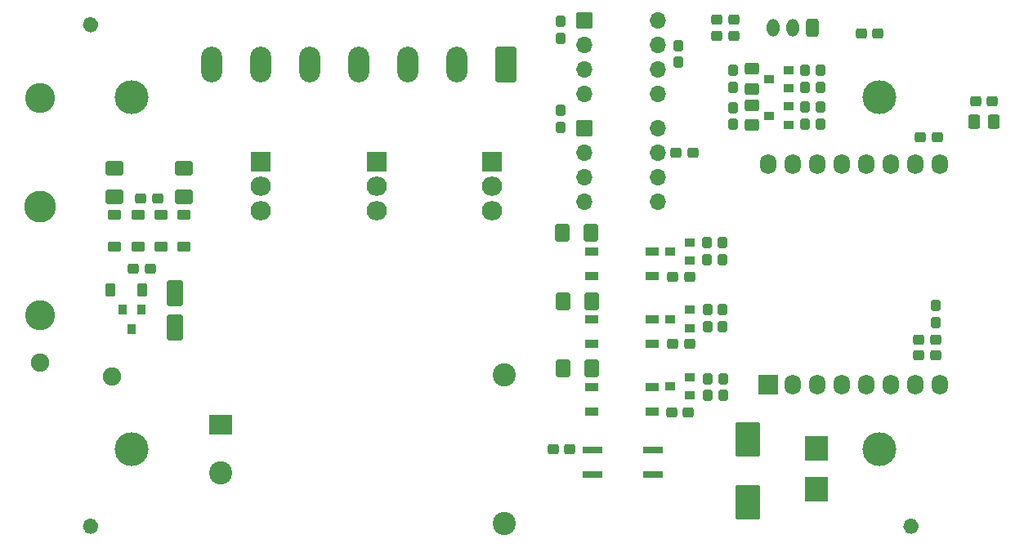
<source format=gbr>
%TF.GenerationSoftware,KiCad,Pcbnew,5.99.0-unknown-r23488-c1ecb425*%
%TF.CreationDate,2020-11-05T19:30:27+01:00*%
%TF.ProjectId,MadPresso,4d616450-7265-4737-936f-2e6b69636164,rev?*%
%TF.SameCoordinates,PXa8e54e0PY549d608*%
%TF.FileFunction,Soldermask,Top*%
%TF.FilePolarity,Negative*%
%FSLAX46Y46*%
G04 Gerber Fmt 4.6, Leading zero omitted, Abs format (unit mm)*
G04 Created by KiCad (PCBNEW 5.99.0-unknown-r23488-c1ecb425) date 2020-11-05 19:30:27*
%MOMM*%
%LPD*%
G01*
G04 APERTURE LIST*
G04 Aperture macros list*
%AMRoundRect*
0 Rectangle with rounded corners*
0 $1 Rounding radius*
0 $2 $3 $4 $5 $6 $7 $8 $9 X,Y pos of 4 corners*
0 Add a 4 corners polygon primitive as box body*
4,1,4,$2,$3,$4,$5,$6,$7,$8,$9,$2,$3,0*
0 Add four circle primitives for the rounded corners*
1,1,$1+$1,$2,$3,0*
1,1,$1+$1,$4,$5,0*
1,1,$1+$1,$6,$7,0*
1,1,$1+$1,$8,$9,0*
0 Add four rect primitives between the rounded corners*
20,1,$1+$1,$2,$3,$4,$5,0*
20,1,$1+$1,$4,$5,$6,$7,0*
20,1,$1+$1,$6,$7,$8,$9,0*
20,1,$1+$1,$8,$9,$2,$3,0*%
G04 Aperture macros list end*
%ADD10C,1.000000*%
%ADD11O,1.300000X1.850000*%
%ADD12RoundRect,0.270833X0.379167X0.654167X-0.379167X0.654167X-0.379167X-0.654167X0.379167X-0.654167X0*%
%ADD13RoundRect,0.050000X1.000000X-1.000000X1.000000X1.000000X-1.000000X1.000000X-1.000000X-1.000000X0*%
%ADD14O,1.700000X2.100000*%
%ADD15RoundRect,0.050000X-1.000000X0.952500X-1.000000X-0.952500X1.000000X-0.952500X1.000000X0.952500X0*%
%ADD16O,2.100000X2.005000*%
%ADD17RoundRect,0.262500X0.262500X-0.312500X0.262500X0.312500X-0.262500X0.312500X-0.262500X-0.312500X0*%
%ADD18RoundRect,0.262500X-0.262500X0.312500X-0.262500X-0.312500X0.262500X-0.312500X0.262500X0.312500X0*%
%ADD19RoundRect,0.267545X0.494955X0.657455X-0.494955X0.657455X-0.494955X-0.657455X0.494955X-0.657455X0*%
%ADD20RoundRect,0.050000X0.450000X0.400000X-0.450000X0.400000X-0.450000X-0.400000X0.450000X-0.400000X0*%
%ADD21RoundRect,0.050000X0.600000X0.400000X-0.600000X0.400000X-0.600000X-0.400000X0.600000X-0.400000X0*%
%ADD22RoundRect,0.262500X-0.312500X-0.262500X0.312500X-0.262500X0.312500X0.262500X-0.312500X0.262500X0*%
%ADD23RoundRect,0.050000X1.150000X-1.250000X1.150000X1.250000X-1.150000X1.250000X-1.150000X-1.250000X0*%
%ADD24O,2.180000X3.700000*%
%ADD25RoundRect,0.262018X0.827982X1.587982X-0.827982X1.587982X-0.827982X-1.587982X0.827982X-1.587982X0*%
%ADD26RoundRect,0.262500X0.312500X0.262500X-0.312500X0.262500X-0.312500X-0.262500X0.312500X-0.262500X0*%
%ADD27RoundRect,0.050000X-0.450000X-0.600000X0.450000X-0.600000X0.450000X0.600000X-0.450000X0.600000X0*%
%ADD28RoundRect,0.050000X-0.600000X0.450000X-0.600000X-0.450000X0.600000X-0.450000X0.600000X0.450000X0*%
%ADD29RoundRect,0.050000X0.600000X-0.450000X0.600000X0.450000X-0.600000X0.450000X-0.600000X-0.450000X0*%
%ADD30RoundRect,0.050000X-0.400000X0.450000X-0.400000X-0.450000X0.400000X-0.450000X0.400000X0.450000X0*%
%ADD31RoundRect,0.267545X-0.657455X0.494955X-0.657455X-0.494955X0.657455X-0.494955X0.657455X0.494955X0*%
%ADD32RoundRect,0.050000X-1.000000X-0.320000X1.000000X-0.320000X1.000000X0.320000X-1.000000X0.320000X0*%
%ADD33C,1.900000*%
%ADD34RoundRect,0.260000X1.040000X-1.540000X1.040000X1.540000X-1.040000X1.540000X-1.040000X-1.540000X0*%
%ADD35RoundRect,0.265625X0.584375X-1.084375X0.584375X1.084375X-0.584375X1.084375X-0.584375X-1.084375X0*%
%ADD36RoundRect,0.271739X-0.478261X0.353261X-0.478261X-0.353261X0.478261X-0.353261X0.478261X0.353261X0*%
%ADD37RoundRect,0.050000X-1.150000X-1.000000X1.150000X-1.000000X1.150000X1.000000X-1.150000X1.000000X0*%
%ADD38C,2.400000*%
%ADD39C,3.500000*%
%ADD40RoundRect,0.050000X-0.800000X-0.800000X0.800000X-0.800000X0.800000X0.800000X-0.800000X0.800000X0*%
%ADD41O,1.700000X1.700000*%
%ADD42C,3.300000*%
%ADD43C,3.100000*%
%ADD44RoundRect,0.271739X-0.353261X-0.478261X0.353261X-0.478261X0.353261X0.478261X-0.353261X0.478261X0*%
G04 APERTURE END LIST*
D10*
X-80800000Y33725000D02*
G75*
G03*
X-80800000Y33725000I-300000J0D01*
G01*
X-165800000Y33725000D02*
G75*
G03*
X-165800000Y33725000I-300000J0D01*
G01*
X-165800000Y85725000D02*
G75*
G03*
X-165800000Y85725000I-300000J0D01*
G01*
D11*
%TO.C,J2*%
X-95350000Y85375000D03*
X-93350000Y85375000D03*
D12*
X-91350000Y85375000D03*
%TD*%
D13*
%TO.C,U2*%
X-95850000Y48375000D03*
D14*
X-93310000Y48375000D03*
X-90770000Y48375000D03*
X-88230000Y48375000D03*
X-85690000Y48375000D03*
X-83150000Y48375000D03*
X-80610000Y48375000D03*
X-78070000Y48375000D03*
X-78070000Y71235000D03*
X-80610000Y71235000D03*
X-83150000Y71235000D03*
X-85690000Y71235000D03*
X-88230000Y71235000D03*
X-90770000Y71235000D03*
X-93310000Y71235000D03*
X-95850000Y71235000D03*
%TD*%
D15*
%TO.C,Q8*%
X-148475000Y71480000D03*
D16*
X-148475000Y68940000D03*
X-148475000Y66400000D03*
%TD*%
D15*
%TO.C,Q6*%
X-136475000Y71480000D03*
D16*
X-136475000Y68940000D03*
X-136475000Y66400000D03*
%TD*%
D17*
%TO.C,R25*%
X-102170000Y47280000D03*
X-102170000Y49030000D03*
%TD*%
D18*
%TO.C,R26*%
X-100580000Y49030000D03*
X-100580000Y47280000D03*
%TD*%
D17*
%TO.C,R21*%
X-102190000Y54430000D03*
X-102190000Y56180000D03*
%TD*%
D19*
%TO.C,R19*%
X-114200000Y57075000D03*
X-117175000Y57075000D03*
%TD*%
D20*
%TO.C,Q7*%
X-104050000Y54265000D03*
X-104050000Y56165000D03*
X-106050000Y55215000D03*
%TD*%
D21*
%TO.C,U4*%
X-107900000Y52635000D03*
X-107900000Y55175000D03*
X-114200000Y55175000D03*
X-114200000Y52635000D03*
%TD*%
D18*
%TO.C,R22*%
X-100600000Y56170000D03*
X-100600000Y54420000D03*
%TD*%
D21*
%TO.C,U5*%
X-107900000Y45605000D03*
X-107900000Y48145000D03*
X-114200000Y48145000D03*
X-114200000Y45605000D03*
%TD*%
D19*
%TO.C,R23*%
X-114200000Y50075000D03*
X-117175000Y50075000D03*
%TD*%
D22*
%TO.C,R24*%
X-105905000Y45545000D03*
X-104155000Y45545000D03*
%TD*%
%TO.C,R20*%
X-105800000Y52615000D03*
X-104050000Y52615000D03*
%TD*%
D20*
%TO.C,Q9*%
X-104050000Y47275000D03*
X-104050000Y49175000D03*
X-106050000Y48225000D03*
%TD*%
D23*
%TO.C,D9*%
X-90900000Y37525000D03*
X-90900000Y41825000D03*
%TD*%
D20*
%TO.C,Q5*%
X-104050000Y61255000D03*
X-104050000Y63155000D03*
X-106050000Y62205000D03*
%TD*%
D21*
%TO.C,U3*%
X-107900000Y59655000D03*
X-107900000Y62195000D03*
X-114200000Y62195000D03*
X-114200000Y59655000D03*
%TD*%
D17*
%TO.C,R17*%
X-102240000Y61360000D03*
X-102240000Y63110000D03*
%TD*%
D19*
%TO.C,R15*%
X-114237498Y64125000D03*
X-117212498Y64125000D03*
%TD*%
D18*
%TO.C,R18*%
X-100620000Y63125000D03*
X-100620000Y61375000D03*
%TD*%
D22*
%TO.C,R16*%
X-105800000Y59605000D03*
X-104050000Y59605000D03*
%TD*%
D24*
%TO.C,J1*%
X-153530000Y81625000D03*
X-148450000Y81625000D03*
X-143370000Y81625000D03*
X-138290000Y81625000D03*
X-133210000Y81625000D03*
X-128130000Y81625000D03*
D25*
X-123050000Y81625000D03*
%TD*%
D26*
%TO.C,C1*%
X-159150000Y67725000D03*
X-160900000Y67725000D03*
%TD*%
D22*
%TO.C,R14*%
X-80275000Y51450000D03*
X-78525000Y51450000D03*
%TD*%
D27*
%TO.C,D6*%
X-164057000Y58231000D03*
X-160757000Y58231000D03*
%TD*%
D28*
%TO.C,D5*%
X-156450000Y65975000D03*
X-156450000Y62675000D03*
%TD*%
D29*
%TO.C,D2*%
X-158821000Y62677000D03*
X-158821000Y65977000D03*
%TD*%
%TO.C,D3*%
X-161207000Y62677000D03*
X-161207000Y65977000D03*
%TD*%
D30*
%TO.C,Q3*%
X-160857000Y56181000D03*
X-162757000Y56181000D03*
X-161807000Y54181000D03*
%TD*%
D31*
%TO.C,R4*%
X-163625000Y70825000D03*
X-163625000Y67850000D03*
%TD*%
D28*
%TO.C,D4*%
X-163607000Y65976000D03*
X-163607000Y62676000D03*
%TD*%
D31*
%TO.C,R3*%
X-156425000Y70875000D03*
X-156425000Y67900000D03*
%TD*%
D32*
%TO.C,U1*%
X-114100000Y41665000D03*
X-114100000Y39125000D03*
X-107800000Y39125000D03*
X-107800000Y41665000D03*
%TD*%
D33*
%TO.C,RV1*%
X-163850000Y49275000D03*
X-171350000Y50675000D03*
%TD*%
D22*
%TO.C,R7*%
X-161674414Y60417000D03*
X-159924414Y60417000D03*
%TD*%
D34*
%TO.C,C4*%
X-98000000Y36225000D03*
X-98000000Y42725000D03*
%TD*%
D15*
%TO.C,Q4*%
X-124475000Y71480000D03*
D16*
X-124475000Y68940000D03*
X-124475000Y66400000D03*
%TD*%
D35*
%TO.C,C2*%
X-157400000Y54325000D03*
X-157400000Y57925000D03*
%TD*%
D26*
%TO.C,R12*%
X-116450000Y41695000D03*
X-118200000Y41695000D03*
%TD*%
D36*
%TO.C,D1*%
X-97595000Y81140000D03*
X-97595000Y79090000D03*
%TD*%
D26*
%TO.C,R10*%
X-99450000Y86235000D03*
X-101200000Y86235000D03*
%TD*%
D17*
%TO.C,R2*%
X-92100000Y79220000D03*
X-92100000Y80970000D03*
%TD*%
D26*
%TO.C,R30*%
X-78525000Y53075000D03*
X-80275000Y53075000D03*
%TD*%
D37*
%TO.C,PS1*%
X-152600000Y44225000D03*
D38*
X-152600000Y39225000D03*
X-123200000Y49425000D03*
X-123200000Y34025000D03*
%TD*%
D20*
%TO.C,Q1*%
X-93795000Y79140000D03*
X-93795000Y81040000D03*
X-95795000Y80090000D03*
%TD*%
%TO.C,Q2*%
X-93795000Y75340000D03*
X-93795000Y77240000D03*
X-95795000Y76290000D03*
%TD*%
D18*
%TO.C,R1*%
X-90500000Y80975000D03*
X-90500000Y79225000D03*
%TD*%
D39*
%TO.C,Case*%
X-161850000Y78225000D03*
X-84350000Y78225000D03*
X-84350000Y41725000D03*
X-161850000Y41725000D03*
%TD*%
D18*
%TO.C,R6*%
X-90500000Y77175000D03*
X-90500000Y75425000D03*
%TD*%
%TO.C,R29*%
X-117400000Y76825000D03*
X-117400000Y75075000D03*
%TD*%
D40*
%TO.C,U6*%
X-114900000Y86125000D03*
D41*
X-114900000Y83585000D03*
X-114900000Y81045000D03*
X-114900000Y78505000D03*
X-107280000Y78505000D03*
X-107280000Y81045000D03*
X-107280000Y83585000D03*
X-107280000Y86125000D03*
%TD*%
D42*
%TO.C,F1*%
X-171300000Y66875000D03*
D43*
X-171300000Y78125000D03*
X-171300000Y55625000D03*
%TD*%
D17*
%TO.C,R11*%
X-99500000Y75375000D03*
X-99500000Y77125000D03*
%TD*%
D36*
%TO.C,D7*%
X-97600000Y77375000D03*
X-97600000Y75325000D03*
%TD*%
D17*
%TO.C,R28*%
X-78500000Y54875000D03*
X-78500000Y56625000D03*
%TD*%
%TO.C,R5*%
X-99495000Y79240000D03*
X-99495000Y80990000D03*
%TD*%
D22*
%TO.C,R9*%
X-101200000Y84575000D03*
X-99450000Y84575000D03*
%TD*%
D18*
%TO.C,C6*%
X-105225000Y83575000D03*
X-105225000Y81825000D03*
%TD*%
D26*
%TO.C,R13*%
X-72675000Y77800000D03*
X-74425000Y77800000D03*
%TD*%
D40*
%TO.C,U7*%
X-114900000Y74950000D03*
D41*
X-114900000Y72410000D03*
X-114900000Y69870000D03*
X-114900000Y67330000D03*
X-107280000Y67330000D03*
X-107280000Y69870000D03*
X-107280000Y72410000D03*
X-107280000Y74950000D03*
%TD*%
D17*
%TO.C,R8*%
X-92100000Y75425000D03*
X-92100000Y77175000D03*
%TD*%
D22*
%TO.C,C7*%
X-105425000Y72425000D03*
X-103675000Y72425000D03*
%TD*%
%TO.C,C3*%
X-86262500Y84812500D03*
X-84512500Y84812500D03*
%TD*%
D26*
%TO.C,C5*%
X-78375000Y74075000D03*
X-80125000Y74075000D03*
%TD*%
D44*
%TO.C,D8*%
X-74550000Y75700000D03*
X-72500000Y75700000D03*
%TD*%
D17*
%TO.C,R27*%
X-117400000Y84300000D03*
X-117400000Y86050000D03*
%TD*%
M02*

</source>
